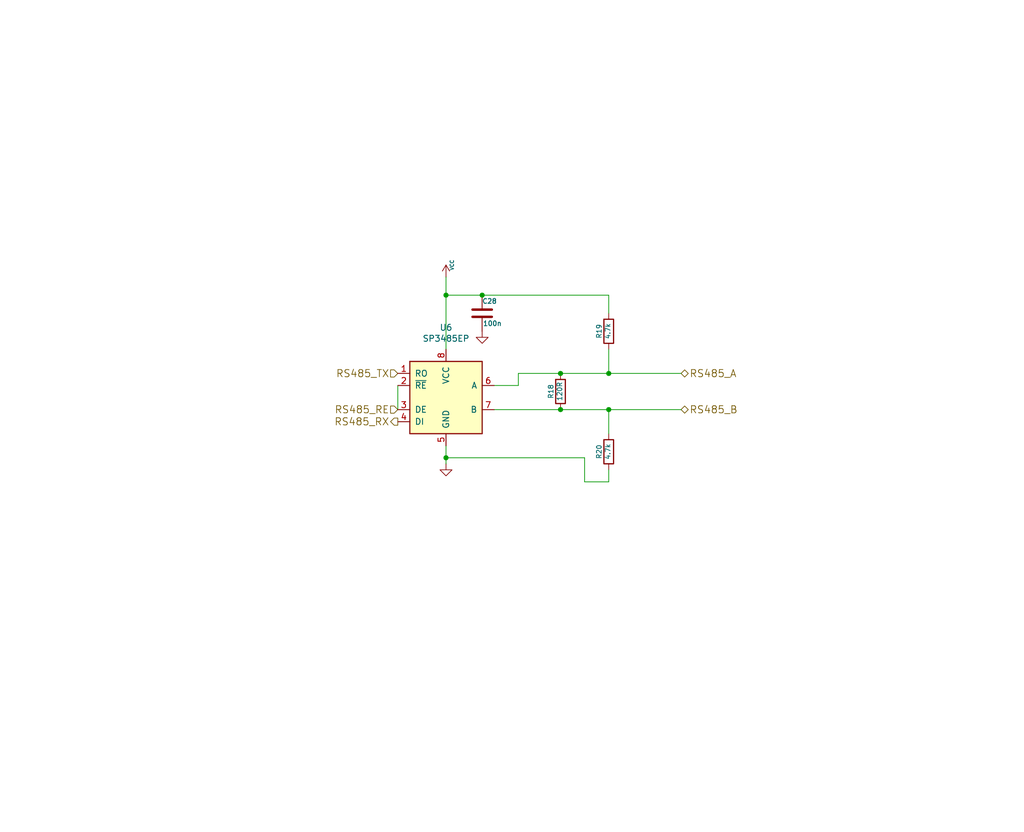
<source format=kicad_sch>
(kicad_sch (version 20211123) (generator eeschema)

  (uuid bf1765de-1528-43ae-9cca-e263f6e31c02)

  (paper "User" 215.798 175.412)

  (title_block
    (title "Simple-VESC")
    (date "2022-01-14")
    (rev "1.1")
  )

  (lib_symbols
    (symbol "Device:C" (pin_numbers hide) (pin_names (offset 0.254)) (in_bom yes) (on_board yes)
      (property "Reference" "C" (id 0) (at 0.635 2.54 0)
        (effects (font (size 1.27 1.27)) (justify left))
      )
      (property "Value" "C" (id 1) (at 0.635 -2.54 0)
        (effects (font (size 1.27 1.27)) (justify left))
      )
      (property "Footprint" "" (id 2) (at 0.9652 -3.81 0)
        (effects (font (size 1.27 1.27)) hide)
      )
      (property "Datasheet" "~" (id 3) (at 0 0 0)
        (effects (font (size 1.27 1.27)) hide)
      )
      (property "ki_keywords" "cap capacitor" (id 4) (at 0 0 0)
        (effects (font (size 1.27 1.27)) hide)
      )
      (property "ki_description" "Unpolarized capacitor" (id 5) (at 0 0 0)
        (effects (font (size 1.27 1.27)) hide)
      )
      (property "ki_fp_filters" "C_*" (id 6) (at 0 0 0)
        (effects (font (size 1.27 1.27)) hide)
      )
      (symbol "C_0_1"
        (polyline
          (pts
            (xy -2.032 -0.762)
            (xy 2.032 -0.762)
          )
          (stroke (width 0.508) (type default) (color 0 0 0 0))
          (fill (type none))
        )
        (polyline
          (pts
            (xy -2.032 0.762)
            (xy 2.032 0.762)
          )
          (stroke (width 0.508) (type default) (color 0 0 0 0))
          (fill (type none))
        )
      )
      (symbol "C_1_1"
        (pin passive line (at 0 3.81 270) (length 2.794)
          (name "~" (effects (font (size 1.27 1.27))))
          (number "1" (effects (font (size 1.27 1.27))))
        )
        (pin passive line (at 0 -3.81 90) (length 2.794)
          (name "~" (effects (font (size 1.27 1.27))))
          (number "2" (effects (font (size 1.27 1.27))))
        )
      )
    )
    (symbol "Device:R" (pin_numbers hide) (pin_names (offset 0)) (in_bom yes) (on_board yes)
      (property "Reference" "R" (id 0) (at 2.032 0 90)
        (effects (font (size 1.27 1.27)))
      )
      (property "Value" "R" (id 1) (at 0 0 90)
        (effects (font (size 1.27 1.27)))
      )
      (property "Footprint" "" (id 2) (at -1.778 0 90)
        (effects (font (size 1.27 1.27)) hide)
      )
      (property "Datasheet" "~" (id 3) (at 0 0 0)
        (effects (font (size 1.27 1.27)) hide)
      )
      (property "ki_keywords" "R res resistor" (id 4) (at 0 0 0)
        (effects (font (size 1.27 1.27)) hide)
      )
      (property "ki_description" "Resistor" (id 5) (at 0 0 0)
        (effects (font (size 1.27 1.27)) hide)
      )
      (property "ki_fp_filters" "R_*" (id 6) (at 0 0 0)
        (effects (font (size 1.27 1.27)) hide)
      )
      (symbol "R_0_1"
        (rectangle (start -1.016 -2.54) (end 1.016 2.54)
          (stroke (width 0.254) (type default) (color 0 0 0 0))
          (fill (type none))
        )
      )
      (symbol "R_1_1"
        (pin passive line (at 0 3.81 270) (length 1.27)
          (name "~" (effects (font (size 1.27 1.27))))
          (number "1" (effects (font (size 1.27 1.27))))
        )
        (pin passive line (at 0 -3.81 90) (length 1.27)
          (name "~" (effects (font (size 1.27 1.27))))
          (number "2" (effects (font (size 1.27 1.27))))
        )
      )
    )
    (symbol "Interface_UART:SP3485EP" (pin_names (offset 1.016)) (in_bom yes) (on_board yes)
      (property "Reference" "U" (id 0) (at -7.62 8.89 0)
        (effects (font (size 1.27 1.27)) (justify left))
      )
      (property "Value" "SP3485EP" (id 1) (at 2.54 8.89 0)
        (effects (font (size 1.27 1.27)) (justify left))
      )
      (property "Footprint" "Package_DIP:DIP-8_W7.62mm" (id 2) (at 0 0 0)
        (effects (font (size 1.27 1.27) italic) hide)
      )
      (property "Datasheet" "http://www.icbase.com/pdf/SPX/SPX00480106.pdf" (id 3) (at 0 0 0)
        (effects (font (size 1.27 1.27)) hide)
      )
      (property "ki_keywords" "Low Power Half-Duplex RS-485 Transceiver 10Mbps" (id 4) (at 0 0 0)
        (effects (font (size 1.27 1.27)) hide)
      )
      (property "ki_description" "Industrial 3.3V Low Power Half-Duplex RS-485 Transceiver 10Mbps, DIP8" (id 5) (at 0 0 0)
        (effects (font (size 1.27 1.27)) hide)
      )
      (property "ki_fp_filters" "DIP*W7.62mm*" (id 6) (at 0 0 0)
        (effects (font (size 1.27 1.27)) hide)
      )
      (symbol "SP3485EP_0_1"
        (rectangle (start -7.62 7.62) (end 7.62 -7.62)
          (stroke (width 0.254) (type default) (color 0 0 0 0))
          (fill (type background))
        )
      )
      (symbol "SP3485EP_1_1"
        (pin output line (at -10.16 5.08 0) (length 2.54)
          (name "RO" (effects (font (size 1.27 1.27))))
          (number "1" (effects (font (size 1.27 1.27))))
        )
        (pin input line (at -10.16 2.54 0) (length 2.54)
          (name "~{RE}" (effects (font (size 1.27 1.27))))
          (number "2" (effects (font (size 1.27 1.27))))
        )
        (pin input line (at -10.16 -2.54 0) (length 2.54)
          (name "DE" (effects (font (size 1.27 1.27))))
          (number "3" (effects (font (size 1.27 1.27))))
        )
        (pin input line (at -10.16 -5.08 0) (length 2.54)
          (name "DI" (effects (font (size 1.27 1.27))))
          (number "4" (effects (font (size 1.27 1.27))))
        )
        (pin power_in line (at 0 -10.16 90) (length 2.54)
          (name "GND" (effects (font (size 1.27 1.27))))
          (number "5" (effects (font (size 1.27 1.27))))
        )
        (pin bidirectional line (at 10.16 2.54 180) (length 2.54)
          (name "A" (effects (font (size 1.27 1.27))))
          (number "6" (effects (font (size 1.27 1.27))))
        )
        (pin bidirectional line (at 10.16 -2.54 180) (length 2.54)
          (name "B" (effects (font (size 1.27 1.27))))
          (number "7" (effects (font (size 1.27 1.27))))
        )
        (pin power_in line (at 0 10.16 270) (length 2.54)
          (name "VCC" (effects (font (size 1.27 1.27))))
          (number "8" (effects (font (size 1.27 1.27))))
        )
      )
    )
    (symbol "power:GND" (power) (pin_names (offset 0)) (in_bom yes) (on_board yes)
      (property "Reference" "#PWR" (id 0) (at 0 -6.35 0)
        (effects (font (size 1.27 1.27)) hide)
      )
      (property "Value" "GND" (id 1) (at 0 -3.81 0)
        (effects (font (size 1.27 1.27)))
      )
      (property "Footprint" "" (id 2) (at 0 0 0)
        (effects (font (size 1.27 1.27)) hide)
      )
      (property "Datasheet" "" (id 3) (at 0 0 0)
        (effects (font (size 1.27 1.27)) hide)
      )
      (property "ki_keywords" "power-flag" (id 4) (at 0 0 0)
        (effects (font (size 1.27 1.27)) hide)
      )
      (property "ki_description" "Power symbol creates a global label with name \"GND\" , ground" (id 5) (at 0 0 0)
        (effects (font (size 1.27 1.27)) hide)
      )
      (symbol "GND_0_1"
        (polyline
          (pts
            (xy 0 0)
            (xy 0 -1.27)
            (xy 1.27 -1.27)
            (xy 0 -2.54)
            (xy -1.27 -1.27)
            (xy 0 -1.27)
          )
          (stroke (width 0) (type default) (color 0 0 0 0))
          (fill (type none))
        )
      )
      (symbol "GND_1_1"
        (pin power_in line (at 0 0 270) (length 0) hide
          (name "GND" (effects (font (size 1.27 1.27))))
          (number "1" (effects (font (size 1.27 1.27))))
        )
      )
    )
    (symbol "power:VCC" (power) (pin_names (offset 0)) (in_bom yes) (on_board yes)
      (property "Reference" "#PWR" (id 0) (at 0 -3.81 0)
        (effects (font (size 1.27 1.27)) hide)
      )
      (property "Value" "VCC" (id 1) (at 0 3.81 0)
        (effects (font (size 1.27 1.27)))
      )
      (property "Footprint" "" (id 2) (at 0 0 0)
        (effects (font (size 1.27 1.27)) hide)
      )
      (property "Datasheet" "" (id 3) (at 0 0 0)
        (effects (font (size 1.27 1.27)) hide)
      )
      (property "ki_keywords" "power-flag" (id 4) (at 0 0 0)
        (effects (font (size 1.27 1.27)) hide)
      )
      (property "ki_description" "Power symbol creates a global label with name \"VCC\"" (id 5) (at 0 0 0)
        (effects (font (size 1.27 1.27)) hide)
      )
      (symbol "VCC_0_1"
        (polyline
          (pts
            (xy -0.762 1.27)
            (xy 0 2.54)
          )
          (stroke (width 0) (type default) (color 0 0 0 0))
          (fill (type none))
        )
        (polyline
          (pts
            (xy 0 0)
            (xy 0 2.54)
          )
          (stroke (width 0) (type default) (color 0 0 0 0))
          (fill (type none))
        )
        (polyline
          (pts
            (xy 0 2.54)
            (xy 0.762 1.27)
          )
          (stroke (width 0) (type default) (color 0 0 0 0))
          (fill (type none))
        )
      )
      (symbol "VCC_1_1"
        (pin power_in line (at 0 0 90) (length 0) hide
          (name "VCC" (effects (font (size 1.27 1.27))))
          (number "1" (effects (font (size 1.27 1.27))))
        )
      )
    )
  )

  (junction (at 118.11 86.36) (diameter 0) (color 0 0 0 0)
    (uuid 17afa95a-9fa6-4c01-928a-b11162d69f76)
  )
  (junction (at 128.27 86.36) (diameter 0) (color 0 0 0 0)
    (uuid 2169a46f-b30e-451a-a25e-e6b8da26b67f)
  )
  (junction (at 101.6 62.23) (diameter 0) (color 0 0 0 0)
    (uuid 417d2195-5e09-4ee5-b4e6-3f8d03f53271)
  )
  (junction (at 118.11 78.74) (diameter 0) (color 0 0 0 0)
    (uuid 4f2377f1-cfac-4731-9cf9-db5c164e56e9)
  )
  (junction (at 93.98 96.52) (diameter 0) (color 0 0 0 0)
    (uuid 6b7f3f6c-e6e0-4613-8740-15751bcbb720)
  )
  (junction (at 128.27 78.74) (diameter 0) (color 0 0 0 0)
    (uuid d23c3440-2211-4537-96eb-5663dc6e1b7d)
  )
  (junction (at 93.98 62.23) (diameter 0) (color 0 0 0 0)
    (uuid d80443d7-ee3c-4589-b528-af061dfbc456)
  )

  (wire (pts (xy 83.82 81.28) (xy 83.82 86.36))
    (stroke (width 0) (type default) (color 0 0 0 0))
    (uuid 0e3e6bc9-6c8a-44f9-b2dc-92bb464b8bf2)
  )
  (wire (pts (xy 118.11 78.74) (xy 128.27 78.74))
    (stroke (width 0) (type default) (color 0 0 0 0))
    (uuid 11459045-c508-4f74-82b2-d5072423a5c5)
  )
  (wire (pts (xy 123.19 101.6) (xy 128.27 101.6))
    (stroke (width 0) (type default) (color 0 0 0 0))
    (uuid 31369a56-0c68-4096-953a-db6a0f1280a6)
  )
  (wire (pts (xy 123.19 96.52) (xy 123.19 101.6))
    (stroke (width 0) (type default) (color 0 0 0 0))
    (uuid 537fbf3e-dd06-46d7-bd96-f74976da2823)
  )
  (wire (pts (xy 128.27 62.23) (xy 128.27 66.04))
    (stroke (width 0) (type default) (color 0 0 0 0))
    (uuid 5cd3a931-5747-421e-a4d8-fa93910c4c66)
  )
  (wire (pts (xy 128.27 99.06) (xy 128.27 101.6))
    (stroke (width 0) (type default) (color 0 0 0 0))
    (uuid 60adaa82-f713-475d-8588-a1240dd1cc18)
  )
  (wire (pts (xy 104.14 86.36) (xy 118.11 86.36))
    (stroke (width 0) (type default) (color 0 0 0 0))
    (uuid 70928285-9b01-4c2a-84a0-99dd7534301a)
  )
  (wire (pts (xy 93.98 58.42) (xy 93.98 62.23))
    (stroke (width 0) (type default) (color 0 0 0 0))
    (uuid 722ba48b-ed4a-45d0-9a37-2455d279281a)
  )
  (wire (pts (xy 93.98 96.52) (xy 123.19 96.52))
    (stroke (width 0) (type default) (color 0 0 0 0))
    (uuid 72862d04-e3d5-4930-9335-5b535ec48510)
  )
  (wire (pts (xy 128.27 86.36) (xy 128.27 91.44))
    (stroke (width 0) (type default) (color 0 0 0 0))
    (uuid 82b50a03-f3e2-466f-b149-da9e8914a917)
  )
  (wire (pts (xy 109.22 78.74) (xy 109.22 81.28))
    (stroke (width 0) (type default) (color 0 0 0 0))
    (uuid 919f2b6f-4c60-47e9-ab14-51d0727e4e53)
  )
  (wire (pts (xy 128.27 86.36) (xy 143.51 86.36))
    (stroke (width 0) (type default) (color 0 0 0 0))
    (uuid 958d4e4d-ccc8-4fff-91db-8f7784beb968)
  )
  (wire (pts (xy 93.98 62.23) (xy 93.98 73.66))
    (stroke (width 0) (type default) (color 0 0 0 0))
    (uuid 9818928c-61c4-43be-8782-a5c00aaa3d98)
  )
  (wire (pts (xy 93.98 93.98) (xy 93.98 96.52))
    (stroke (width 0) (type default) (color 0 0 0 0))
    (uuid 9cb8a844-5040-4691-a7be-26b5258c88e7)
  )
  (wire (pts (xy 118.11 78.74) (xy 109.22 78.74))
    (stroke (width 0) (type default) (color 0 0 0 0))
    (uuid a6f4259d-972c-4b82-92e3-f0754adb982c)
  )
  (wire (pts (xy 128.27 78.74) (xy 143.51 78.74))
    (stroke (width 0) (type default) (color 0 0 0 0))
    (uuid ab66594d-1cd8-40a6-b1ec-109524b22024)
  )
  (wire (pts (xy 118.11 86.36) (xy 128.27 86.36))
    (stroke (width 0) (type default) (color 0 0 0 0))
    (uuid ae07eea5-ef82-4b1a-b0f1-56b994d1e9de)
  )
  (wire (pts (xy 104.14 81.28) (xy 109.22 81.28))
    (stroke (width 0) (type default) (color 0 0 0 0))
    (uuid b593ff0f-ee38-4b47-a23c-06468fa618f6)
  )
  (wire (pts (xy 128.27 73.66) (xy 128.27 78.74))
    (stroke (width 0) (type default) (color 0 0 0 0))
    (uuid cd3694a8-0f4d-42df-a291-9049ce307b26)
  )
  (wire (pts (xy 93.98 96.52) (xy 93.98 97.79))
    (stroke (width 0) (type default) (color 0 0 0 0))
    (uuid ce604c02-62dc-44ab-a8c0-f101d20b4d3f)
  )
  (wire (pts (xy 93.98 62.23) (xy 101.6 62.23))
    (stroke (width 0) (type default) (color 0 0 0 0))
    (uuid cee678f1-8feb-42ba-b830-6944a81cc735)
  )
  (wire (pts (xy 101.6 62.23) (xy 128.27 62.23))
    (stroke (width 0) (type default) (color 0 0 0 0))
    (uuid df3d1a2b-5b23-4a33-a8fd-b9e4fe86a734)
  )

  (hierarchical_label "RS485_B" (shape bidirectional) (at 143.51 86.36 0)
    (effects (font (size 1.524 1.524)) (justify left))
    (uuid 24dfac12-1c92-4b75-bf47-869de31ec6c3)
  )
  (hierarchical_label "RS485_RE" (shape input) (at 83.82 86.36 180)
    (effects (font (size 1.524 1.524)) (justify right))
    (uuid 3fe80860-2ac2-4ede-b512-494910ab5f0e)
  )
  (hierarchical_label "RS485_TX" (shape input) (at 83.82 78.74 180)
    (effects (font (size 1.524 1.524)) (justify right))
    (uuid 5d3f54f3-15e3-485c-ac2e-d22d3bb8d2a2)
  )
  (hierarchical_label "RS485_RX" (shape output) (at 83.82 88.9 180)
    (effects (font (size 1.524 1.524)) (justify right))
    (uuid b7f38b6d-67ff-4492-8f5f-78733dd854da)
  )
  (hierarchical_label "RS485_A" (shape bidirectional) (at 143.51 78.74 0)
    (effects (font (size 1.524 1.524)) (justify left))
    (uuid bf8e730a-65d2-473f-8ef5-30d800e66f77)
  )

  (symbol (lib_id "power:GND") (at 101.6 69.85 0) (unit 1)
    (in_bom yes) (on_board yes)
    (uuid 00000000-0000-0000-0000-000053f59fb0)
    (property "Reference" "#PWR046" (id 0) (at 101.6 69.85 0)
      (effects (font (size 0.762 0.762)) hide)
    )
    (property "Value" "GND" (id 1) (at 101.6 71.628 0)
      (effects (font (size 0.762 0.762)) hide)
    )
    (property "Footprint" "" (id 2) (at 101.6 69.85 0)
      (effects (font (size 1.27 1.27)) hide)
    )
    (property "Datasheet" "" (id 3) (at 101.6 69.85 0)
      (effects (font (size 1.27 1.27)) hide)
    )
    (pin "1" (uuid 3f127823-1ad4-46d1-900d-d19a9ebd9f69))
  )

  (symbol (lib_id "power:GND") (at 93.98 97.79 0) (unit 1)
    (in_bom yes) (on_board yes)
    (uuid 00000000-0000-0000-0000-00005c8fffec)
    (property "Reference" "#PWR045" (id 0) (at 93.98 97.79 0)
      (effects (font (size 0.762 0.762)) hide)
    )
    (property "Value" "GND" (id 1) (at 93.98 99.568 0)
      (effects (font (size 0.762 0.762)) hide)
    )
    (property "Footprint" "" (id 2) (at 93.98 97.79 0)
      (effects (font (size 1.27 1.27)) hide)
    )
    (property "Datasheet" "" (id 3) (at 93.98 97.79 0)
      (effects (font (size 1.27 1.27)) hide)
    )
    (pin "1" (uuid 4f35e8b5-04f0-4c9b-afaf-d921e6c5b8e8))
  )

  (symbol (lib_id "Device:C") (at 101.6 66.04 0) (unit 1)
    (in_bom yes) (on_board yes)
    (uuid 00000000-0000-0000-0000-00005c8fffee)
    (property "Reference" "C28" (id 0) (at 101.6 63.5 0)
      (effects (font (size 1.016 1.016)) (justify left))
    )
    (property "Value" "100n" (id 1) (at 101.7524 68.199 0)
      (effects (font (size 1.016 1.016)) (justify left))
    )
    (property "Footprint" "Capacitor_SMD:C_0402_1005Metric" (id 2) (at 102.5652 69.85 0)
      (effects (font (size 1.27 1.27)) hide)
    )
    (property "Datasheet" "~" (id 3) (at 101.6 66.04 0)
      (effects (font (size 1.27 1.27)) hide)
    )
    (pin "1" (uuid 38112f19-1fcb-4f4a-857e-5f19c26f7720))
    (pin "2" (uuid 9cd7e9bf-fa16-4c60-a0b5-07a3e868d103))
  )

  (symbol (lib_id "Device:R") (at 118.11 82.55 0) (mirror y) (unit 1)
    (in_bom yes) (on_board yes)
    (uuid 00000000-0000-0000-0000-00005c8ffff0)
    (property "Reference" "R18" (id 0) (at 116.078 82.55 90)
      (effects (font (size 1.016 1.016)))
    )
    (property "Value" "120R" (id 1) (at 117.9322 82.5246 90)
      (effects (font (size 1.016 1.016)))
    )
    (property "Footprint" "Resistor_SMD:R_0402_1005Metric" (id 2) (at 119.888 82.55 90)
      (effects (font (size 1.27 1.27)) hide)
    )
    (property "Datasheet" "~" (id 3) (at 118.11 82.55 0)
      (effects (font (size 1.27 1.27)) hide)
    )
    (pin "1" (uuid 05643009-f69e-465b-81d8-14d94a3b6228))
    (pin "2" (uuid b3d0c8af-4abf-4a86-88c5-f4cbe362727e))
  )

  (symbol (lib_id "power:VCC") (at 93.98 58.42 0) (unit 1)
    (in_bom yes) (on_board yes)
    (uuid 00000000-0000-0000-0000-00005db449be)
    (property "Reference" "#PWR044" (id 0) (at 93.98 55.88 0)
      (effects (font (size 0.762 0.762)) hide)
    )
    (property "Value" "VCC" (id 1) (at 95.25 55.88 90)
      (effects (font (size 0.762 0.762)))
    )
    (property "Footprint" "" (id 2) (at 93.98 58.42 0)
      (effects (font (size 1.524 1.524)))
    )
    (property "Datasheet" "" (id 3) (at 93.98 58.42 0)
      (effects (font (size 1.524 1.524)))
    )
    (pin "1" (uuid 06503eba-ac80-4abd-be12-195f5dd62e67))
  )

  (symbol (lib_id "Interface_UART:SP3485EP") (at 93.98 83.82 0) (unit 1)
    (in_bom yes) (on_board yes)
    (uuid 00000000-0000-0000-0000-000065b02b51)
    (property "Reference" "U6" (id 0) (at 93.98 69.0626 0))
    (property "Value" "SP3485EP" (id 1) (at 93.98 71.374 0))
    (property "Footprint" "Package_SO:SOIC-8_3.9x4.9mm_P1.27mm" (id 2) (at 93.98 83.82 0)
      (effects (font (size 1.27 1.27) italic) hide)
    )
    (property "Datasheet" "http://www.icbase.com/pdf/SPX/SPX00480106.pdf" (id 3) (at 93.98 83.82 0)
      (effects (font (size 1.27 1.27)) hide)
    )
    (pin "1" (uuid e53071d4-aa45-4559-a8ca-f52acdad440e))
    (pin "2" (uuid be589745-351a-41e3-bc70-d68421b369cd))
    (pin "3" (uuid 14085566-eb07-48ee-9615-c910dc86b319))
    (pin "4" (uuid 21f80555-faa8-418b-9227-de507940eb86))
    (pin "5" (uuid 6867a30e-d2d5-4220-b4e4-2b0003735fd5))
    (pin "6" (uuid d297c0e2-12b8-420c-b867-50925570f707))
    (pin "7" (uuid 8654b7c8-9b6b-4e83-9231-db0401a40918))
    (pin "8" (uuid 3dd2b76b-faf4-46cf-97e1-0c8552e1f562))
  )

  (symbol (lib_id "Device:R") (at 128.27 69.85 0) (mirror y) (unit 1)
    (in_bom yes) (on_board yes)
    (uuid 00000000-0000-0000-0000-000065b05270)
    (property "Reference" "R19" (id 0) (at 126.238 69.85 90)
      (effects (font (size 1.016 1.016)))
    )
    (property "Value" "4.7k" (id 1) (at 128.0922 69.8246 90)
      (effects (font (size 1.016 1.016)))
    )
    (property "Footprint" "Resistor_SMD:R_0402_1005Metric" (id 2) (at 130.048 69.85 90)
      (effects (font (size 1.27 1.27)) hide)
    )
    (property "Datasheet" "~" (id 3) (at 128.27 69.85 0)
      (effects (font (size 1.27 1.27)) hide)
    )
    (pin "1" (uuid caa50f6a-d6b6-4b11-a602-d8b1cdfdfa2f))
    (pin "2" (uuid b3ca4ce4-9b84-44a1-bd6f-9a0a7377e034))
  )

  (symbol (lib_id "Device:R") (at 128.27 95.25 0) (mirror y) (unit 1)
    (in_bom yes) (on_board yes)
    (uuid 00000000-0000-0000-0000-000065b05df0)
    (property "Reference" "R20" (id 0) (at 126.238 95.25 90)
      (effects (font (size 1.016 1.016)))
    )
    (property "Value" "4.7k" (id 1) (at 128.0922 95.2246 90)
      (effects (font (size 1.016 1.016)))
    )
    (property "Footprint" "Resistor_SMD:R_0402_1005Metric" (id 2) (at 130.048 95.25 90)
      (effects (font (size 1.27 1.27)) hide)
    )
    (property "Datasheet" "~" (id 3) (at 128.27 95.25 0)
      (effects (font (size 1.27 1.27)) hide)
    )
    (pin "1" (uuid d1715e49-6e10-4922-862c-de0bab6b53ee))
    (pin "2" (uuid 1cd3c85f-f3eb-4ad1-8c9f-8351e5268b76))
  )
)

</source>
